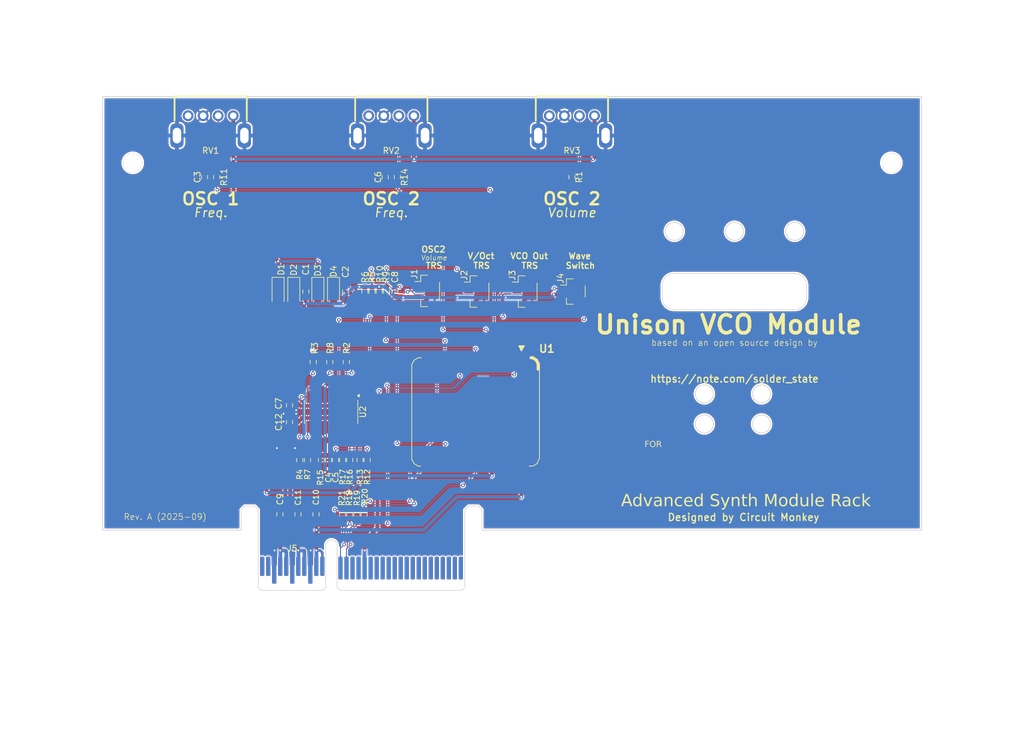
<source format=kicad_pcb>
(kicad_pcb (version 20241229) (generator "pcbnew") (generator_version "9.0")
  (layers (0 "F.Cu" signal) (2 "B.Cu" signal) (13 "F.Paste" user) (15 "B.Paste" user) (5 "F.SilkS" user "F.Silkscreen") (7 "B.SilkS" user "B.Silkscreen") (1 "F.Mask" user) (3 "B.Mask" user) (25 "Edge.Cuts" user))
  (net 0 "")
  (net 1 "OSC2_VOL")
  (net 2 "GNDS")
  (net 3 "V-OCT")
  (net 4 "OSC1_F")
  (net 5 "GND_CH")
  (net 6 "Net-(C4-Pad1)")
  (net 7 "OSC2_F")
  (net 8 "+15V")
  (net 9 "WAVE_SW")
  (net 10 "+5V")
  (net 11 "-15V")
  (net 12 "+3V3")
  (net 14 "/O2_TIP")
  (net 16 "/OCT_TIP")
  (net 17 "/OUT_TIP")
  (net 24 "SLOT_DET")
  (net 26 "Net-(J5-ComA-SDA)")
  (net 32 "MIDI_IN")
  (net 38 "Net-(J5-ComA-SCK)")
  (net 63 "Net-(R1-Pad1)")
  (net 64 "Net-(U2A-+)")
  (net 65 "Net-(U2B--)")
  (net 66 "Net-(U2A--)")
  (net 67 "Net-(R3-Pad1)")
  (net 68 "Net-(R4-Pad1)")
  (net 69 "Net-(U2D--)")
  (net 70 "Net-(R11-Pad1)")
  (net 71 "VCO_OUT")
  (net 72 "Net-(R13-Pad2)")
  (net 73 "Net-(R14-Pad1)")
  (net 74 "Net-(U2C--)")
  (net 75 "SDA")
  (net 76 "SCL")
  (net 78 "Net-(U2D-+)")
  (net 79 "Net-(J5-MIDI_IN)")
  (footprint "CM_Resistor_Capacitor:pot-thd-ra-11mm" (layer "F.Cu") (at 130 49.1 -90)
    (property "Reference" "RV2")
    (property "Value" "10K")
  )
  (footprint "Package_SO:SO-14_3.9x8.65mm_P1.27mm" (layer "F.Cu") (at 120 95 -90)
    (property "Reference" "U2")
    (property "Value" "TL074")
  )
  (footprint "CM_Resistor_Capacitor:R_0603_1608Metric" (layer "F.Cu") (at 117.04 86.725 90)
    (property "Reference" "R3")
    (property "Value" "10.0K")
  )
  (footprint "CM_Resistor_Capacitor:R_0603_1608Metric" (layer "F.Cu") (at 126 103 90)
    (property "Reference" "R12")
    (property "Value" "10.0K")
  )
  (footprint "CM_Resistor_Capacitor:R_0603_1608Metric" (layer "F.Cu") (at 160 56 -90)
    (property "Reference" "R1")
    (property "Value" "10.0K")
  )
  (footprint "CM_Resistor_Capacitor:pot-thd-ra-11mm" (layer "F.Cu") (at 100 49.1 -90)
    (property "Reference" "RV1")
    (property "Value" "10K")
  )
  (footprint "CM_Resistor_Capacitor:R_0603_1608Metric" (layer "F.Cu") (at 124.8 103 -90)
    (property "Reference" "R13")
    (property "Value" "33.0K")
  )
  (footprint "Diode_SMD:D_SOD-123" (layer "F.Cu") (at 117.801 75 -90)
    (property "Reference" "D3")
    (property "Value" "BAT43W-V" (hide yes))
  )
  (footprint "CM_Resistor_Capacitor:R_0603_1608Metric" (layer "F.Cu") (at 125.6 75 -90)
    (property "Reference" "R6")
    (property "Value" "68.0K")
  )
  (footprint "CM_Resistor_Capacitor:R_0603_1608Metric" (layer "F.Cu") (at 128 75 -90)
    (property "Reference" "R10")
    (property "Value" "68.0K")
  )
  (footprint "CM_Resistor_Capacitor:R_0603_1608Metric" (layer "F.Cu") (at 121.9 112 90)
    (property "Reference" "R21")
    (property "Value" "300R")
  )
  (footprint "CM_Resistor_Capacitor:C_0603_1608Metric" (layer "F.Cu") (at 113.09 96.7 -90)
    (property "Reference" "C12")
    (property "Value" "1uF/50V")
  )
  (footprint "CM_Connector_JST:JST_SH_BM03B-SRSS-TB_1x03-1MP_P1.00mm_Vertical" (layer "F.Cu") (at 144.2 75 -90)
    (property "Reference" "J2")
    (property "Value" "JST-SH" (hide yes))
  )
  (footprint "CM_Resistor_Capacitor:pot-thd-ra-11mm" (layer "F.Cu") (at 160 49.1 -90)
    (property "Reference" "RV3")
    (property "Value" "10K")
  )
  (footprint "Diode_SMD:D_SOD-123" (layer "F.Cu") (at 120.408 75 -90)
    (property "Reference" "D4")
    (property "Value" "BAT43W-V" (hide yes))
  )
  (footprint "CM_Resistor_Capacitor:C_0603_1608Metric" (layer "F.Cu") (at 129 56 90)
    (property "Reference" "C6")
    (property "Value" "0.1uF")
  )
  (footprint "CM_Resistor_Capacitor:R_0603_1608Metric" (layer "F.Cu") (at 114.79 103 -90)
    (property "Reference" "R4")
    (property "Value" "10.0K")
  )
  (footprint "CM_Resistor_Capacitor:R_0603_1608Metric" (layer "F.Cu") (at 123.1 112 90)
    (property "Reference" "R18")
    (property "Value" "10K")
  )
  (footprint "CM_Resistor_Capacitor:R_0603_1608Metric" (layer "F.Cu") (at 124.3 112 90)
    (property "Reference" "R19")
    (property "Value" "300R")
  )
  (footprint "CM_Resistor_Capacitor:C_0603_1608Metric" (layer "F.Cu") (at 115.799 75 -90)
    (property "Reference" "C1")
    (property "Value" "0.1uF")
  )
  (footprint "CM_Resistor_Capacitor:R_0603_1608Metric" (layer "F.Cu") (at 126.8 75 -90)
    (property "Reference" "R5")
    (property "Value" "33.0K")
  )
  (footprint "CM_Resistor_Capacitor:R_0603_1608Metric" (layer "F.Cu") (at 118.4 103 90)
    (property "Reference" "R15")
    (property "Value" "100K")
  )
  (footprint "CM_Connector_JST:JST_SH_BM02B-SRSS-TB_1x02-1MP_P1.00mm_Vertical" (layer "F.Cu") (at 160.2 75 -90)
    (property "Reference" "J4")
    (property "Value" "Conn_01x02_MountingPin" (hide yes))
  )
  (footprint "CM_Chip_Packages:XIAO-14P-SMD-2.54-21X17.8MM" (layer "F.Cu") (at 144 95 -90)
    (property "Reference" "U1")
    (property "Value" "XIAO RA4M1")
  )
  (footprint "CM_Resistor_Capacitor:R_0603_1608Metric" (layer "F.Cu") (at 125.5 112 90)
    (property "Reference" "R20")
    (property "Value" "300R")
  )
  (footprint "CM_Connector_JST:JST_SH_BM03B-SRSS-TB_1x03-1MP_P1.00mm_Vertical" (layer "F.Cu") (at 136 74.9 -90)
    (property "Reference" "J1")
    (property "Value" "JST-SH" (hide yes))
  )
  (footprint "CM_Resistor_Capacitor:C_0603_1608Metric" (layer "F.Cu") (at 111.5 112 90)
    (property "Reference" "C9")
    (property "Value" "1uF/50V")
  )
  (footprint "CM_Resistor_Capacitor:C_0603_1608Metric" (layer "F.Cu") (at 114.5 112 -90)
    (property "Reference" "C11")
    (property "Value" "1uF/50V")
  )
  (footprint "CM_Connector_JST:JST_SH_BM03B-SRSS-TB_1x03-1MP_P1.00mm_Vertical" (layer "F.Cu") (at 152.2 75 -90)
    (property "Reference" "J3")
    (property "Value" "JST-SH" (hide yes))
  )
  (footprint "CM_Resistor_Capacitor:C_0603_1608Metric" (layer "F.Cu") (at 130.6 75 -90)
    (property "Reference" "C8")
    (property "Value" "0.001uF")
  )
  (footprint "CM_Resistor_Capacitor:C_0603_1608Metric" (layer "F.Cu") (at 120.74 103 -90)
    (property "Reference" "C5")
    (property "Value" "0.001uF")
  )
  (footprint "CM_Connector_Edge:ASMR-Edge-64" (layer "F.Cu") (at 120.06 116.225)
    (property "Reference" "J5")
    (property "Value" "~")
    (fp_line (start -15 -5) (end -15 -1.6) (stroke (width 0.1)) (layer "Edge.Cuts"))
    (fp_line (start -14.4 -5.6) (end -15 -5) (stroke (width 0.1)) (layer "Edge.Cuts"))
    (fp_line (start -14.4 -5.6) (end -12.7 -5.6) (stroke (width 0.1)) (layer "Edge.Cuts"))
    (fp_line (start -12.7 -5.6) (end -12.15 -5) (stroke (width 0.1)) (layer "Edge.Cuts"))
    (fp_line (start -12.15 -5) (end -12.15 7.9) (stroke (width 0.1)) (layer "Edge.Cuts"))
    (fp_line (start -12.15 7.9) (end -11.65 8.4) (stroke (width 0.1)) (layer "Edge.Cuts"))
    (fp_line (start -11.65 8.4) (end -1.45 8.4) (stroke (width 0.1)) (layer "Edge.Cuts"))
    (fp_line (start -0.95 0.95) (end -0.95 7.9) (stroke (width 0.1)) (layer "Edge.Cuts"))
    (fp_line (start -0.95 7.9) (end -1.45 8.4) (stroke (width 0.1)) (layer "Edge.Cuts"))
    (fp_line (start 0.95 0.95) (end 0.95 7.9) (stroke (width 0.1)) (layer "Edge.Cuts"))
    (fp_line (start 0.95 7.9) (end 1.45 8.4) (stroke (width 0.1)) (layer "Edge.Cuts"))
    (fp_line (start 1.45 8.4) (end 21.65 8.4) (stroke (width 0.1)) (layer "Edge.Cuts"))
    (fp_line (start 22.15 -5) (end 22.15 7.9) (stroke (width 0.1)) (layer "Edge.Cuts"))
    (fp_line (start 22.15 -5) (end 22.8 -5.6) (stroke (width 0.1)) (layer "Edge.Cuts"))
    (fp_line (start 22.15 7.9) (end 21.65 8.4) (stroke (width 0.1)) (layer "Edge.Cuts"))
    (fp_line (start 22.8 -5.6) (end 24.4 -5.6) (stroke (width 0.1)) (layer "Edge.Cuts"))
    (fp_line (start 24.4 -5.6) (end 25 -5) (stroke (width 0.1)) (layer "Edge.Cuts"))
    (fp_line (start 25 -5) (end 25 -1.6) (stroke (width 0.1)) (layer "Edge.Cuts"))
    (fp_arc (start -0.95 0.95) (mid 0 0) (end 0.95 0.95) (stroke (width 0.1)) (layer "Edge.Cuts"))
    (fp_circle (center -33 -62.6) (end -31.4 -62.6) (stroke (width 0.05)) (fill no) (layer "Edge.Cuts"))
    (fp_circle (center 93 -62.6) (end 94.6 -62.6) (stroke (width 0.05)) (fill no) (layer "Edge.Cuts"))
  )
  (footprint "Diode_SMD:D_SOD-123" (layer "F.Cu") (at 113.807 75 -90)
    (property "Reference" "D2")
    (property "Value" "BAT43W-V" (hide yes))
  )
  (footprint "CM_Resistor_Capacitor:R_0603_1608Metric" (layer "F.Cu") (at 122.54 86.725 90)
    (property "Reference" "R2")
    (property "Value" "10.0K")
  )
  (footprint "Diode_SMD:D_SOD-123" (layer "F.Cu") (at 111.2 75 -90)
    (property "Reference" "D1")
    (property "Value" "BAT43W-V" (hide yes))
  )
  (footprint "CM_Resistor_Capacitor:R_0603_1608Metric" (layer "F.Cu") (at 121.925 103 90)
    (property "Reference" "R17")
    (property "Value" "33.0K")
  )
  (footprint "CM_Resistor_Capacitor:C_0603_1608Metric" (layer "F.Cu") (at 113.09 93.9 -90)
    (property "Reference" "C7")
    (property "Value" "1uF/50V")
  )
  (footprint "CM_Resistor_Capacitor:C_0603_1608Metric" (layer "F.Cu") (at 117.5 112 90)
    (property "Reference" "C10")
    (property "Value" "1uF/50V")
  )
  (footprint "CM_Resistor_Capacitor:R_0603_1608Metric" (layer "F.Cu") (at 129.2 75 -90)
    (property "Reference" "R9")
    (property "Value" "33.0K")
  )
  (footprint "CM_Resistor_Capacitor:C_0603_1608Metric" (layer "F.Cu") (at 119.575 103 90)
    (property "Reference" "C4")
    (property "Value" "10uF")
  )
  (footprint "CM_Resistor_Capacitor:R_0603_1608Metric" (layer "F.Cu") (at 123.1 103 90)
    (property "Reference" "R16")
    (property "Value" "68.0K")
  )
  (footprint "CM_Resistor_Capacitor:R_0603_1608Metric" (layer "F.Cu") (at 101 56 -90)
    (property "Reference" "R11")
    (property "Value" "10K")
  )
  (footprint "CM_Resistor_Capacitor:C_0603_1608Metric" (layer "F.Cu") (at 122.4 75 -90)
    (property "Reference" "C2")
    (property "Value" "0.001uF")
  )
  (footprint "CM_Resistor_Capacitor:R_0603_1608Metric" (layer "F.Cu") (at 116.09 103 90)
    (property "Reference" "R7")
    (property "Value" "10.0K")
  )
  (footprint "CM_Resistor_Capacitor:R_0603_1608Metric" (layer "F.Cu") (at 131 56 -90)
    (property "Reference" "R14")
    (property "Value" "10K")
  )
  (footprint "CM_Resistor_Capacitor:C_0603_1608Metric" (layer "F.Cu") (at 99 56 90)
    (property "Reference" "C3")
    (property "Value" "0.1uF")
  )
  (footprint "CM_Resistor_Capacitor:R_0603_1608Metric" (layer "F.Cu") (at 119.79 86.725 90)
    (property "Reference" "R8")
    (property "Value" "33.0K")
  )
  (gr_circle (center 187 65) (end 188.5 65) (stroke (width 0.127)) (fill no) (layer "Edge.Cuts"))
  (gr_arc (start 175 74) (mid 175.585786 72.585786) (end 177 72) (stroke (width 0.1)) (layer "Edge.Cuts"))
  (gr_line (start 82.06 114.625) (end 105.06 114.625) (stroke (width 0.127)) (layer "Edge.Cuts"))
  (gr_arc (start 197 72) (mid 198.414214 72.585786) (end 199 74) (stroke (width 0.1)) (layer "Edge.Cuts"))
  (gr_line (start 199 74) (end 199 76) (stroke (width 0.1)) (layer "Edge.Cuts"))
  (gr_line (start 175 76) (end 175 74) (stroke (width 0.1)) (layer "Edge.Cuts"))
  (gr_circle (center 182 92) (end 183.5 92) (stroke (width 0.127)) (fill no) (layer "Edge.Cuts"))
  (gr_line (start 197 78) (end 177 78) (stroke (width 0.1)) (layer "Edge.Cuts"))
  (gr_circle (center 191.5 92) (end 193 92) (stroke (width 0.127)) (fill no) (layer "Edge.Cuts"))
  (gr_line (start 218.06 42.625) (end 82.06 42.625) (stroke (width 0.127)) (layer "Edge.Cuts"))
  (gr_line (start 177 72) (end 197 72) (stroke (width 0.1)) (layer "Edge.Cuts"))
  (gr_arc (start 177 78) (mid 175.585786 77.414214) (end 175 76) (stroke (width 0.1)) (layer "Edge.Cuts"))
  (gr_circle (center 197 65) (end 198.5 65) (stroke (width 0.127)) (fill no) (layer "Edge.Cuts"))
  (gr_line (start 145.06 114.625) (end 218.06 114.625) (stroke (width 0.127)) (layer "Edge.Cuts"))
  (gr_line (start 82.06 42.625) (end 82.06 114.625) (stroke (width 0.127)) (layer "Edge.Cuts"))
  (gr_circle (center 177 65) (end 178.5 65) (stroke (width 0.127)) (fill no) (layer "Edge.Cuts"))
  (gr_circle (center 191.5 97) (end 193 97) (stroke (width 0.127)) (fill no) (layer "Edge.Cuts"))
  (gr_arc (start 199 76) (mid 198.414214 77.414214) (end 197 78) (stroke (width 0.1)) (layer "Edge.Cuts"))
  (gr_line (start 218.06 42.625) (end 218.06 114.625) (stroke (width 0.127)) (layer "Edge.Cuts"))
  (gr_circle (center 182 97) (end 183.5 97) (stroke (width 0.127)) (fill no) (layer "Edge.Cuts"))
  (gr_text "Wave" (at 161.3 69.1 0) (layer "F.SilkS") (effects (font (size 1 1) (thickness 0.2) (bold yes))))
  (gr_text "TRS" (at 153 70.7 0) (layer "F.SilkS") (effects (font (size 1 1) (thickness 0.2) (bold yes))))
  (gr_text "OSC 2" (at 130 59.6 0) (layer "F.SilkS") (effects (font (size 2 2) (thickness 0.4) (bold yes))))
  (gr_text "FOR" (at 173.5 101 0) (layer "F.SilkS") (effects (font (size 1 1) (thickness 0.1)) (justify bottom)))
  (gr_text "Freq." (at 100 61.9 0) (layer "F.SilkS") (effects (font (size 1.5 1.5) (thickness 0.2) (italic yes))))
  (gr_text "Volume" (at 137.1 69.4 0) (layer "F.SilkS") (effects (font (size 0.8 0.8) (thickness 0.1) (italic yes))))
  (gr_text "Freq." (at 130 61.9 0) (layer "F.SilkS") (effects (font (size 1.5 1.5) (thickness 0.2) (italic yes))))
  (gr_text "Volume" (at 160 61.9 0) (layer "F.SilkS") (effects (font (size 1.5 1.5) (thickness 0.2) (italic yes))))
  (gr_text "Switch" (at 161.4 70.7 0) (layer "F.SilkS") (effects (font (size 1 1) (thickness 0.2) (bold yes))))
  (gr_text "OSC 2" (at 160 59.6 0) (layer "F.SilkS") (effects (font (size 2 2) (thickness 0.4) (bold yes))))
  (gr_text "V/Oct" (at 144.9 69.1 0) (layer "F.SilkS") (effects (font (size 1 1) (thickness 0.2) (bold yes))))
  (gr_text "Rev. A (2025-09)" (at 85.5 113 0) (layer "F.SilkS") (effects (font (size 1 1) (thickness 0.1)) (justify left bottom)))
  (gr_text "Unison VCO Module" (at 186 80.5 0) (layer "F.SilkS") (effects (font (size 3 3) (thickness 0.6) (bold yes))))
  (gr_text "based on an open source design by" (at 187 83.5 0) (layer "F.SilkS") (effects (font (size 1 1) (thickness 0.1))))
  (gr_text "Advanced Synth Module Rack" (at 188.9 111 0) (layer "F.SilkS") (effects (font (size 2 2) (thickness 0.1)) (justify bottom)))
  (gr_text "VCO Out" (at 152.9 69.1 0) (layer "F.SilkS") (effects (font (size 1 1) (thickness 0.2) (bold yes))))
  (gr_text "https://note.com/solder_state" (at 187 89.5 0) (layer "F.SilkS") (effects (font (size 1.2 1.2) (thickness 0.2))))
  (gr_text "TRS" (at 145 70.7 0) (layer "F.SilkS") (effects (font (size 1 1) (thickness 0.2) (bold yes))))
  (gr_text "OSC 1" (at 100 59.6 0) (layer "F.SilkS") (effects (font (size 2 2) (thickness 0.4) (bold yes))))
  (gr_text "OSC2" (at 137 68 0) (layer "F.SilkS") (effects (font (size 1 1) (thickness 0.2) (bold yes))))
  (gr_text "TRS" (at 137.1 70.7 0) (layer "F.SilkS") (effects (font (size 1 1) (thickness 0.2) (bold yes))))
  (gr_text "Designed by Circuit Monkey" (at 188.5 112.5 0) (layer "F.SilkS") (effects (font (size 1.2 1.2) (thickness 0.2))))
  (segment (start 117 84.8) (end 117 85.91) (width 0.16) (layer "F.Cu") (net 1))
  (segment (start 113.807 74.693) (end 113.807 73.35) (width 0.16) (layer "F.Cu") (net 1))
  (segment (start 117 85.91) (end 117.04 85.95) (width 0.16) (layer "F.Cu") (net 1))
  (segment (start 113.1 75.4) (end 113.807 74.693) (width 0.16) (layer "F.Cu") (net 1))
  (segment (start 111.9 75.4) (end 113.1 75.4) (width 0.16) (layer "F.Cu") (net 1))
  (segment (start 113.807 73.35) (end 115.45 73.35) (width 0.16) (layer "F.Cu") (net 1))
  (segment (start 111.2 76.65) (end 111.2 78.7) (width 0.16) (layer "F.Cu") (net 1))
  (segment (start 111.2 78.7) (end 117 84.5) (width 0.16) (layer "F.Cu") (net 1))
  (segment (start 111.2 76.65) (end 111.2 76.1) (width 0.16) (layer "F.Cu") (net 1))
  (segment (start 111.2 76.1) (end 111.9 75.4) (width 0.16) (layer "F.Cu") (net 1))
  (segment (start 117 84.5) (end 117 84.8) (width 0.16) (layer "F.Cu") (net 1))
  (segment (start 115.799 73.699) (end 115.799 74.225) (width 0.16) (layer "F.Cu") (net 1))
  (segment (start 115.45 73.35) (end 115.799 73.699) (width 0.16) (layer "F.Cu") (net 1))
  (segment (start 144 86.7) (end 144 84.5) (width 0.16) (layer "F.Cu") (net 1))
  (via (at 117 84.8) (size 0.6) (drill 0.3) (layers "F.Cu" "B.Cu") (net 1))
  (via (at 144 84.5) (size 0.6) (drill 0.3) (layers "F.Cu" "B.Cu") (net 1))
  (segment (start 122.9 84.5) (end 117.3 84.5) (width 0.16) (layer "B.Cu") (net 1))
  (segment (start 144 84.5) (end 122.9 84.5) (width 0.16) (layer "B.Cu") (net 1))
  (segment (start 117.3 84.5) (end 117 84.8) (width 0.16) (layer "B.Cu") (net 1))
  (segment (start 119 105.7) (end 119 105) (width 0.6) (layer "F.Cu") (net 2))
  (segment (start 120.729 83.429) (end 115.5 78.2) (width 0.6) (layer "F.Cu") (net 2))
  (segment (start 128 74.225) (end 128 74.2) (width 0.6) (layer "F.Cu") (net 2))
  (segment (start 118.7 91) (end 118.7 92.495) (width 0.6) (layer "F.Cu") (net 2))
  (segment (start 118.4 104.4) (end 119 105) (width 0.6) (layer "F.Cu") (net 2))
  (segment (start 120.8 103.775) (end 120.8 104.2) (width 0.6) (layer "F.Cu") (net 2))
  (segment (start 119 90.7) (end 118.7 91) (width 0.6) (layer "F.Cu") (net 2))
  (segment (start 118.7 97.505) (end 118.73 97.475) (width 0.6) (layer "F.Cu") (net 2))
  (segment (start 118.4 103.775) (end 118.4 104.4) (width 0.6) (layer "F.Cu") (net 2))
  (segment (start 132.1 75.9) (end 132 76) (width 0.6) (layer "F.Cu") (net 2))
  (segment (start 121.9 103.775) (end 120.8 103.775) (width 0.6) (layer "F.Cu") (net 2))
  (segment (start 115.799 76.701) (end 115.5 77) (width 0.6) (layer "F.Cu") (net 2))
  (segment (start 142.875 76) (end 141 76) (width 0.6) (layer "F.Cu") (net 2))
  (segment (start 114.157 77) (end 113.807 76.65) (width 0.6) (layer "F.Cu") (net 2))
  (segment (start 126.4 106.8) (end 120.1 106.8) (width 0.6) (layer "F.Cu") (net 2))
  (segment (start 122 77) (end 120.758 77) (width 0.6) (layer "F.Cu") (net 2))
  (segment (start 124.725 74.225) (end 124.7 74.2) (width 0.6) (layer "F.Cu") (net 2))
  (segment (start 131.775 75.775) (end 132 76) (width 0.6) (layer "F.Cu") (net 2))
  (segment (start 130.6 75.775) (end 131.775 75.775) (width 0.6) (layer "F.Cu") (net 2))
  (segment (start 158.875 75.5) (end 157 75.5) (width 0.6) (layer "F.Cu") (net 2))
  (segment (start 127.7 114.3) (end 127.7 108.1) (width 0.6) (layer "F.Cu") (net 2))
  (segment (start 120.758 77) (end 120.408 76.65) (width 0.6) (layer "F.Cu") (net 2))
  (segment (start 119 90.7) (end 120.729 88.971) (width 0.6) (layer "F.Cu") (net 2))
  (segment (start 118.7 98.6) (end 118.7 97.505) (width 0.6) (layer "F.Cu") (net 2))
  (segment (start 115.799 75.775) (end 115.799 76.701) (width 0.6) (layer "F.Cu") (net 2))
  (segment (start 122.4 75.775) (end 122.4 76.6) (width 0.6) (layer "F.Cu") (net 2))
  (segment (start 120.8 104.2) (end 120 105) (width 0.6) (layer "F.Cu") (net 2))
  (segment (start 122.4 76.6) (end 122 77) (width 0.6) (layer "F.Cu") (net 2))
  (segment (start 125.56 118) (end 125.56 116.44) (width 0.6) (layer "F.Cu") (net 2))
  (segment (start 127.7 108.1) (end 126.4 106.8) (width 0.6) (layer "F.Cu") (net 2))
  (segment (start 125.56 116.44) (end 127.7 114.3) (width 0.6) (layer "F.Cu") (net 2))
  (segment (start 150.875 76) (end 149 76) (width 0.6) (layer "F.Cu") (net 2))
  (segment (start 125.56 120.925) (end 125.56 118) (width 0.6) (layer "F.Cu") (net 2))
  (segment (start 115.5 77) (end 114.157 77) (width 0.6) (layer "F.Cu") (net 2))
  (segment (start 120 105) (end 119 105) (width 0.6) (layer "F.Cu") (net 2))
  (segment (start 115.5 78.2) (end 115.5 77) (width 0.6) (layer "F.Cu") (net 2))
  (segment (start 120.729 88.971) (end 120.729 83.429) (width 0.6) (layer "F.Cu") (net 2))
  (segment (start 125.6 74.225) (end 124.725 74.225) (width 0.6) (layer "F.Cu") (net 2))
  (segment (start 119 98.9) (end 118.7 98.6) (width 0.6) (layer "F.Cu") (net 2))
  (segment (start 134.675 75.9) (end 132.1 75.9) (width 0.6) (layer "F.Cu") (net 2))
  (segment (start 118.7 92.495) (end 118.73 92.525) (width 0.6) (layer "F.Cu") (net 2))
  (segment (start 120.1 106.8) (end 119 105.7) (width 0.6) (layer "F.Cu") (net 2))
  (via (at 141 76) (size 0.6) (drill 0.3) (layers "F.Cu" "B.Cu") (net 2))
  (via (at 115.5 77) (size 0.6) (drill 0.3) (layers "F.Cu" "B.Cu") (net 2))
  (via (at 119 90.7) (size 0.6) (drill 0.3) (layers "F.Cu" "B.Cu") (net 2))
  (via (at 157 75.5) (size 0.6) (drill 0.3) (layers "F.Cu" "B.Cu") (net 2))
  (via (at 149 76) (size 0.6) (drill 0.3) (layers "F.Cu" "B.Cu") (net 2))
  (via (at 119 98.9) (size 0.6) (drill 0.3) (layers "F.Cu" "B.Cu") (net 2))
  (via (at 125.56 118) (size 0.6) (drill 0.3) (layers "F.Cu" "B.Cu") (net 2))
  (via (at 119 105) (size 0.6) (drill 0.3) (layers "F.Cu" "B.Cu") (net 2))
  (via (at 132 76) (size 0.6) (drill 0.3) (layers "F.Cu" "B.Cu") (net 2))
  (via (at 122 77) (size 0.6) (drill 0.3) (layers "F.Cu" "B.Cu") (net 2))
  (via (at 124.7 74.2) (size 0.6) (drill 0.3) (layers "F.Cu" "B.Cu") (net 2))
  (via (at 128 74.2) (size 0.6) (drill 0.3) (layers "F.Cu" "B.Cu") (net 2))
  (segment (start 119 77) (end 115.5 77) (width 0.6) (layer "B.Cu") (net 2))
  (segment (start 125.56 118) (end 125.56 120.925) (width 0.6) (layer "B.Cu") (net 2))
  (segment (start 122 76) (end 122 77) (width 0.6) (layer "B.Cu") (net 2))
  (segment (start 129 74.2) (end 128 74.2) (width 0.6) (layer "B.Cu") (net 2))
  (segment (start 119 98.9) (end 119 105) (width 0.6) (layer "B.Cu") (net 2))
  (segment (start 123.8 74.2) (end 122 76) (width 0.6) (layer "B.Cu") (net 2))
  (segment (start 122 77) (end 119 77) (width 0.6) (layer "B.Cu") (net 2))
  (segment (start 156.5 76) (end 149 76) (width 0.6) (layer "B.Cu") (net 2))
  (segment (start 141 76) (end 132 76) (width 0.6) (layer "B.Cu") (net 2))
  (segment (start 124.7 74.2) (end 128 74.2) (width 0.6) (layer "B.Cu") (net 2))
  (segment (start 124.7 74.2) (end 123.8 74.2) (width 0.6) (layer "B.Cu") (net 2))
  (segment (start 149 76) (end 141 76) (width 0.6) (layer "B.Cu") (net 2))
  (segment (start 157 75.5) (end 156.5 76) (width 0.6) (layer "B.Cu") (net 2))
  (segment (start 130.8 76) (end 129 74.2) (width 0.6) (layer "B.Cu") (net 2))
  (segment (start 119 90.7) (end 119 98.9) (width 0.6) (layer "B.Cu") (net 2))
  (segment (start 132 76) (end 130.8 76) (width 0.6) (layer "B.Cu") (net 2))
  (segment (start 117.801 76.65) (end 117.801 75.999) (width 0.16) (layer "F.Cu") (net 3))
  (segment (start 129.2 83) (end 129.2 75.775) (width 0.16) (layer "F.Cu") (net 3))
  (segment (start 120.408 74.892) (end 120.408 73.35) (width 0.16) (layer "F.Cu") (net 3))
  (segment (start 123.025 74.225) (end 123.8 75) (width 0.16) (layer "F.Cu") (net 3))
  (segment (start 122.4 74.225) (end 123.025 74.225) (width 0.16) (layer "F.Cu") (net 3))
  (segment (start 127.225 75) (end 128 75.775) (width 0.16) (layer "F.Cu") (net 3))
  (segment (start 117.801 75.999) (end 118.4 75.4) (width 0.16) (layer "F.Cu") (net 3))
  (segment (start 118.4 75.4) (end 119.9 75.4) (width 0.16) (layer "F.Cu") (net 3))
  (segment (start 122.4 73.7) (end 122.4 74.225) (width 0.16) (layer "F.Cu") (net 3))
  (segment (start 138.92 86.7) (end 138.92 83.22) (width 0.16) (layer "F.Cu") (net 3))
  (segment (start 119.9 75.4) (end 120.408 74.892) (width 0.16) (layer "F.Cu") (net 3))
  (segment (start 122.05 73.35) (end 122.4 73.7) (width 0.16) (layer "F.Cu") (net 3))
  (segment (start 123.8 75) (end 127.225 75) (width 0.16) (layer "F.Cu") (net 3))
  (segment (start 129.1 83.1) (end 129.2 83) (width 0.16) (layer "F.Cu") (net 3))
  (segment (start 120.408 73.35) (end 122.05 73.35) (width 0.16) (layer "F.Cu") (net 3))
  (segment (start 129.2 75.775) (end 128 75.775) (width 0.16) (layer "F.Cu") (net 3))
  (segment (start 138.92 83.22) (end 138.9 83.2) (width 0.16) (layer "F.Cu") (net 3))
  (via (at 129.1 83.1) (size 0.6) (drill 0.3) (layers "F.Cu" "B.Cu") (net 3))
  (via (at 138.9 83.2) (size 0.6) (drill 0.3) (layers "F.Cu" "B.Cu") (net 3))
  (segment (start 138.9 83.2) (end 129.2 83.2) (width 0.16) (layer "B.Cu") (net 3))
  (segment (start 129.2 83.2) (end 129.1 83.1) (width 0.16) (layer "B.Cu") (net 3))
  (segment (start 146.4 58.1) (end 147.1 58.8) (width 0.16) (layer "F.Cu") (net 4))
  (segment (start 147.1 58.8) (end 147.1 80.17829) (width 0.16) (layer "F.Cu") (net 4))
  (segment (start 101 58) (end 101.1 58.1) (width 0.16) (layer "F.Cu") (net 4))
  (segment (start 147.1 80.17829) (end 149.08 82.15829) (width 0.16) (layer "F.Cu") (net 4))
  (segment (start 149.08 82.15829) (end 149.08 86.7) (width 0.16) (layer "F.Cu") (net 4))
  (segment (start 99 56.775) (end 101 56.775) (width 0.16) (layer "F.Cu") (net 4))
  (segment (start 101 56.775) (end 101 58) (width 0.16) (layer "F.Cu") (net 4))
  (via (at 146.4 58.1) (size 0.6) (drill 0.3) (layers "F.Cu" "B.Cu") (net 4))
  (via (at 101.1 58.1) (size 0.6) (drill 0.3) (layers "F.Cu" "B.Cu") (net 4))
  (segment (start 146.4 58.1) (end 101.1 58.1) (width 0.16) (layer "B.Cu") (net 4))
  (via (at 112.1 96.6) (size 0.6) (drill 0.3) (layers "F.Cu" "B.Cu") (net 5))
  (via (at 114.2 94.7) (size 0.6) (drill 0.3) (layers "F.Cu" "B.Cu") (net 5))
  (via (at 113.6 118) (size 0.6) (drill 0.3) (layers "F.Cu" "B.Cu") (net 5))
  (via (at 114.2 95.3) (size 0.6) (drill 0.3) (layers "F.Cu" "B.Cu") (net 5))
  (via (at 110.6 118) (size 0.6) (drill 0.3) (layers "F.Cu" "B.Cu") (net 5))
  (via (at 114 101) (size 0.6) (drill 0.3) (layers "F.Cu" "B.Cu") (net 5))
  (via (at 111 101) (size 0.6) (drill 0.3) (layers "F.Cu" "B.Cu") (net 5))
  (via (at 116.6 118) (size 0.6) (drill 0.3) (layers "F.Cu" "B.Cu") (net 5))
  (via (at 112.1 95.3) (size 0.6) (drill 0.3) (layers "F.Cu" "B.Cu") (net 5))
  (segment (start 120.74 102.61) (end 119.575 103.775) (width 0.16) (layer "F.Cu") (net 6))
  (segment (start 120.74 102.225) (end 120.74 102.61) (width 0.16) (layer "F.Cu") (net 6))
  (segment (start 120.74 102.225) (end 120.74 101.16) (width 0.16) (layer "F.Cu") (net 6))
  (segment (start 120.74 101.16) (end 120.8 101.1) (width 0.16) (layer "F.Cu") (net 6))
  (segment (start 126 101.1) (end 126 102.225) (width 0.16) (layer "F.Cu") (net 6))
  (via (at 126 101.1) (size 0.6) (drill 0.3) (layers "F.Cu" "B.Cu") (net 6))
  (via (at 120.8 101.1) (size 0.6) (drill 0.3) (layers "F.Cu" "B.Cu") (net 6))
  (segment (start 120.8 101.1) (end 126 101.1) (width 0.16) (layer "B.Cu") (net 6))
  (segment (start 129 56.775) (end 131 56.775) (width 0.16) (layer "F.Cu") (net 7))
  (segment (start 131 57.9) (end 138.6 65.5) (width 0.16) (layer "F.Cu") (net 7))
  (segment (start 145.7 81.3) (end 146.54 82.14) (width 0.16) (layer "F.Cu") (net 7))
  (segment (start 138.6 65.5) (end 138.6 81.3) (width 0.16) (layer "F.Cu") (net 7))
  (segment (start 146.54 82.14) (end 146.54 86.7) (width 0.16) (layer "F.Cu") (net 7))
  (segment (start 131 56.775) (end 131 57.9) (width 0.16) (layer "F.Cu") (net 7))
  (via (at 145.7 81.3) (size 0.6) (drill 0.3) (layers "F.Cu" "B.Cu") (net 7))
  (via (at 138.6 81.3) (size 0.6) (drill 0.3) (layers "F.Cu" "B.Cu") (net 7))
  (segment (start 138.6 81.3) (end 145.7 81.3) (width 0.16) (layer "B.Cu") (net 7))
  (segment (start 112.4 111.875) (end 112.4 99.5) (width 0.6) (layer "F.Cu") (net 8))
  (segment (start 111.56 114.9) (end 111.56 118) (width 0.6) (layer "F.Cu") (net 8))
  (segment (start 112.4 99.5) (end 111.2 98.3) (width 0.6) (layer "F.Cu") (net 8))
  (segment (start 114.025 93.125) (end 114.9 94) (width 0.6) (layer "F.Cu") (net 8))
  (segment (start 112.175 93.125) (end 113.09 93.125) (width 0.6) (layer "F.Cu") (net 8))
  (segment (start 112.56 118.16) (end 112.4 118) (width 0.6) (layer "F.Cu") (net 8))
  (segment (start 111.2 98.3) (end 111.2 94.1) (width 0.6) (layer "F.Cu") (net 8))
  (segment (start 111.2 94.1) (end 112.175 93.125) (width 0.6) (layer "F.Cu") (net 8))
  (segment (start 119.6 94) (end 120 93.6) (width 0.6) (layer "F.Cu") (net 8))
  (segment (start 113.09 93.125) (end 114.025 93.125) (width 0.6) (layer "F.Cu") (net 8))
  (segment (start 111.5 112.775) (end 112.4 111.875) (width 0.6) (layer "F.Cu") (net 8))
  (segment (start 120 93.6) (end 120 92.525) (width 0.6) (layer "F.Cu") (net 8))
  (segment (start 114.9 94) (end 119.6 94) (width 0.6) (layer "F.Cu") (net 8))
  (segment (start 111.5 112.775) (end 111.5 114.84) (width 0.6) (layer "F.Cu") (net 8))
  (segment (start 111.5 114.84) (end 111.56 114.9) (width 0.6) (layer "F.Cu") (net 8))
  (segment (start 112.56 120.625) (end 112.56 118.16) (width 0.6) (layer "F.Cu") (net 8))
  (segment (start 111.56 120.625) (end 111.56 118) (width 0.6) (layer "F.Cu") (net 8))
  (segment (start 112.4 118) (end 111.56 118) (width 0.6) (layer "F.Cu") (net 8))
  (via (at 111.56 118) (size 0.6) (drill 0.3) (layers "F.Cu" "B.Cu") (net 8))
  (segment (start 112.56 120.625) (end 112.56 118.26) (width 0.6) (layer "B.Cu") (net 8))
  (segment (start 111.56 120.625) (end 111.56 118) (width 0.6) (layer "B.Cu") (net 8))
  (segment (start 112.56 118.26) (end 112.3 118) (width 0.6) (layer "B.Cu") (net 8))
  (segment (start 112.3 118) (end 111.56 118) (width 0.6) (layer "B.Cu") (net 8))
  (segment (start 138.92 103.3) (end 138.92 100.38) (width 0.16) (layer "F.Cu") (net 9))
  (segment (start 138.92 100.38) (end 139 100.3) (width 0.16) (layer "F.Cu") (net 9))
  (segment (start 158.875 74.5) (end 157.1 74.5) (width 0.16) (layer "F.Cu") (net 9))
  (segment (start 130.625 74.2) (end 130.6 74.225) (width 0.16) (layer "F.Cu") (net 9))
  (segment (start 130.6 74.225) (end 129.9 74.925) (width 0.16) (layer "F.Cu") (net 9))
  (segment (start 131.4 74.2) (end 130.625 74.2) (width 0.16) (layer "F.Cu") (net 9))
  (segment (start 131 78.6) (end 131 100.2) (width 0.16) (layer "F.Cu") (net 9))
  (segment (start 129.9 74.925) (end 129.9 77.5) (width 0.16) (layer "F.Cu") (net 9))
  (segment (start 129.9 77.5) (end 131 78.6) (width 0.16) (layer "F.Cu") (net 9))
  (via (at 131 100.2) (size 0.6) (drill 0.3) (layers "F.Cu" "B.Cu") (net 9))
  (via (at 157.1 74.5) (size 0.6) (drill 0.3) (layers "F.Cu" "B.Cu") (net 9))
  (via (at 131.4 74.2) (size 0.6) (drill 0.3) (layers "F.Cu" "B.Cu") (net 9))
  (via (at 139 100.3) (size 0.6) (drill 0.3) (layers "F.Cu" "B.Cu") (net 9))
  (segment (start 139 100.3) (end 131.1 100.3) (width 0.16) (layer "B.Cu") (net 9))
  (segment (start 156.141 75.459) (end 133.88409 75.459) (width 0.16) (layer "B.Cu") (net 9))
  (segment (start 157.1 74.5) (end 156.141 75.459) (width 0.16) (layer "B.Cu") (net 9))
  (segment (start 131.699 74.499) (end 131.4 74.2) (width 0.16) (layer "B.Cu") (net 9))
  (segment (start 132.92409 74.499) (end 131.699 74.499) (width 0.16) (layer "B.Cu") (net 9))
  (segment (start 133.88409 75.459) (end 132.92409 74.499) (width 0.16) (layer "B.Cu") (net 9))
  (segment (start 131.1 100.3) (end 131 100.2) (width 0.16) (layer "B.Cu") (net 9))
  (segment (start 117.56 112.835) (end 117.5 112.775) (width 0.6) (layer "F.Cu") (net 10))
  (segment (start 117.56 118) (end 117.56 112.835) (width 0.6) (layer "F.Cu") (net 10))
  (segment (start 151.6 103.32) (end 151.62 103.3) (width 0.6) (layer "F.Cu") (net 10))
  (segment (start 117.56 120.625) (end 117.56 118) (width 0.6) (layer "F.Cu") (net 10))
  (segment (start 151.6 109.1) (end 151.6 103.32) (width 0.6) (layer "F.Cu") (net 10))
  (segment (start 118.56 118.36) (end 118.2 118) (width 0.4) (layer "F.Cu") (net 10))
  (segment (start 118.56 120.625) (end 118.56 118.36) (width 0.4) (layer "F.Cu") (net 10))
  (segment (start 118.2 118) (end 117.56 118) (width 0.4) (layer "F.Cu") (net 10))
  (via (at 151.6 109.1) (size 0.6) (drill 0.3) (layers "F.Cu" "B.Cu") (net 10))
  (via (at 117.56 118) (size 0.6) (drill 0.3) (layers "F.Cu" "B.Cu") (net 10))
  (via (at 117.56 114.6) (size 0.6) (drill 0.3) (layers "F.Cu" "B.Cu") (net 10))
  (segment (start 117.56 120.625) (end 117.56 118) (width 0.6) (layer "B.Cu") (net 10))
  (segment (start 151.6 109.1) (end 140.9 109.1) (width 0.6) (layer "B.Cu") (net 10))
  (segment (start 135.4 114.6) (end 117.56 114.6) (width 0.6) (layer "B.Cu") (net 10))
  (segment (start 118.56 120.625) (end 118.56 118.36) (width 0.4) (layer "B.Cu") (net 10))
  (segment (start 118.2 118) (end 117.56 118) (width 0.4) (layer "B.Cu") (net 10))
  (segment (start 118.56 118.36) (end 118.2 118) (width 0.4) (layer "B.Cu") (net 10))
  (segment (start 140.9 109.1) (end 135.4 114.6) (width 0.6) (layer "B.Cu") (net 10))
  (segment (start 114.56 120.625) (end 114.56 118) (width 0.6) (layer "F.Cu") (net 11))
  (segment (start 113.975 112.775) (end 114.5 112.775) (width 0.6) (layer "F.Cu") (net 11))
  (segment (start 113.725 97.475) (end 115.2 96) (width 0.6) (layer "F.Cu") (net 11))
  (segment (start 113.2 97.585) (end 113.09 97.475) (width 0.6) (layer "F.Cu") (net 11))
  (segment (start 115.2 96) (end 119.6 96) (width 0.6) (layer "F.Cu") (net 11))
  (segment (start 113.2 112) (end 113.975 112.775) (width 0.6) (layer "F.Cu") (net 11))
  (segment (start 114.5 117.94) (end 114.56 118) (width 0.6) (layer "F.Cu") (net 11))
  (segment (start 113.09 97.475) (end 113.725 97.475) (width 0.6) (layer "F.Cu") (net 11))
  (segment (start 114.5 112.775) (end 114.5 117.94) (width 0.6) (layer "F.Cu") (net 11))
  (segment (start 113.2 112) (end 113.2 97.585) (width 0.6) (layer "F.Cu") (net 11))
  (segment (start 119.6 96) (end 120 96.4) (width 0.6) (layer "F.Cu") (net 11))
  (segment (start 115.5 118) (end 114.56 118) (width 0.6) (layer "F.Cu") (net 11))
  (segment (start 120 96.4) (end 120 97.475) (width 0.6) (layer "F.Cu") (net 11))
  (segment (start 115.56 118.06) (end 115.5 118) (width 0.6) (layer "F.Cu") (net 11))
  (segment (start 115.56 120.625) (end 115.56 118.06) (width 0.6) (layer "F.Cu") (net 11))
  (via (at 114.56 118) (size 0.6) (drill 0.3) (layers "F.Cu" "B.Cu") (net 11))
  (segment (start 115.4 118) (end 114.56 118) (width 0.6) (layer "B.Cu") (net 11))
  (segment (start 115.56 120.625) (end 115.56 118.16) (width 0.6) (layer "B.Cu") (net 11))
  (segment (start 115.56 118.16) (end 115.4 118) (width 0.6) (layer "B.Cu") (net 11))
  (segment (start 114.56 120.625) (end 114.56 118) (width 0.6) (layer "B.Cu") (net 11))
  (segment (start 146.7 103.46) (end 146.54 103.3) (width 0.6) (layer "F.Cu") (net 12))
  (segment (start 103.75 52.15) (end 103.75 45.8) (width 0.6) (layer "F.Cu") (net 12))
  (segment (start 103.8 53) (end 103.8 62.6) (width 0.6) (layer "F.Cu") (net 12))
  (segment (start 103.8 62.6) (end 111.2 70) (width 0.6) (layer "F.Cu") (net 12))
  (segment (start 163.5 53) (end 163.75 52.75) (width 0.6) (layer "F.Cu") (net 12))
  (segment (start 103.8 53) (end 103.8 52.2) (width 0.6) (layer "F.Cu") (net 12))
  (segment (start 133.75 52.95) (end 133.8 53) (width 0.6) (layer "F.Cu") (net 12))
  (segment (start 109.3 74) (end 109.95 73.35) (width 0.6) (layer "F.Cu") (net 12))
  (segment (start 117.801 70.001) (end 117.8 70) (width 0.6) (layer "F.Cu") (net 12))
  (segment (start 109.3 108.4) (end 109.3 74) (width 0.6) (layer "F.Cu") (net 12))
  (segment (start 111.2 70) (end 111.2 73.35) (width 0.6) (layer "F.Cu") (net 12))
  (segment (start 123.1 111.225) (end 123.1 108.4) (width 0.6) (layer "F.Cu") (net 12))
  (segment (start 133.75 45.8) (end 133.75 52.95) (width 0.6) (layer "F.Cu") (net 12))
  (segment (start 163.75 52.75) (end 163.75 45.8) (width 0.6) (layer "F.Cu") (net 12))
  (segment (start 103.8 52.2) (end 103.75 52.15) (width 0.6) (layer "F.Cu") (net 12))
  (segment (start 109.95 73.35) (end 111.2 73.35) (width 0.6) (layer "F.Cu") (net 12))
  (segment (start 146.7 105.6) (end 146.7 103.46) (width 0.6) (layer "F.Cu") (net 12))
  (segment (start 117.801 73.35) (end 117.801 70.001) (width 0.6) (layer "F.Cu") (net 12))
  (via (at 163.5 53) (size 0.6) (drill 0.3) (layers "F.Cu" "B.Cu") (net 12))
  (via (at 133.8 53) (size 0.6) (drill 0.3) (layers "F.Cu" "B.Cu") (net 12))
  (via (at 109.3 108.4) (size 0.6) (drill 0.3) (layers "F.Cu" "B.Cu") (net 12))
  (via (at 103.8 53) (size 0.6) (drill 0.3) (layers "F.Cu" "B.Cu") (net 12))
  (via (at 117.8 70) (size 0.6) (drill 0.3) (layers "F.Cu" "B.Cu") (net 12))
  (via (at 123.1 108.4) (size 0.6) (drill 0.3) (layers "F.Cu" "B.Cu") (net 12))
  (via (at 146.7 105.6) (size 0.6) (drill 0.3) (layers "F.Cu" "B.Cu") (net 12))
  (via (at 111.2 70) (size 0.6) (drill 0.3) (layers "F.Cu" "B.Cu") (net 12))
  (segment (start 117.8 70) (end 111.2 70) (width 0.6) (layer "B.Cu") (net 12))
  (segment (start 123.1 108.4) (end 125.9 105.6) (width 0.6) (layer "B.Cu") (net 12))
  (segment (start 133.8 53) (end 163.5 53) (width 0.6) (layer "B.Cu") (net 12))
  (segment (start 125.9 105.6) (end 146.7 105.6) (width 0.6) (layer "B.Cu") (net 12))
  (segment (start 109.3 108.4) (end 123.1 108.4) (width 0.6) (layer "B.Cu") (net 12))
  (segment (start 103.8 53) (end 133.8 53) (width 0.6) (layer "B.Cu") (net 12))
  (segment (start 126.7 71.3) (end 126.8 71.4) (width 0.16) (layer "F.Cu") (net 14))
  (segment (start 132.84 74.9) (end 132.7 75.04) (width 0.16) (layer "F.Cu") (net 14))
  (segment (start 126.8 71.4) (end 126.8 74.225) (width 0.16) (layer "F.Cu") (net 14))
  (segment (start 134.675 74.9) (end 132.84 74.9) (width 0.16) (layer "F.Cu") (net 14))
  (via (at 126.7 71.3) (size 0.6) (drill 0.3) (layers "F.Cu" "B.Cu") (net 14))
  (via (at 132.7 75.04) (size 0.6) (drill 0.3) (layers "F.Cu" "B.Cu") (net 14))
  (segment (start 127.559 73.659) (end 126.7 72.8) (width 0.16) (layer "B.Cu") (net 14))
  (segment (start 129.259 73.659) (end 127.559 73.659) (width 0.16) (layer "B.Cu") (net 14))
  (segment (start 132.7 75.04) (end 130.64 75.04) (width 0.16) (layer "B.Cu") (net 14))
  (segment (start 130.64 75.04) (end 129.259 73.659) (width 0.16) (layer "B.Cu") (net 14))
  (segment (start 126.7 72.8) (end 126.7 71.3) (width 0.16) (layer "B.Cu") (net 14))
  (segment (start 129.2 74.225) (end 129.2 71.1) (width 0.16) (layer "F.Cu") (net 16))
  (segment (start 142 75) (end 142.875 75) (width 0.16) (layer "F.Cu") (net 16))
  (segment (start 141.5 71.9) (end 141.5 74.5) (width 0.16) (layer "F.Cu") (net 16))
  (segment (start 140.9 71.3) (end 141.5 71.9) (width 0.16) (layer "F.Cu") (net 16))
  (segment (start 141.5 74.5) (end 142 75) (width 0.16) (layer "F.Cu") (net 16))
  (via (at 140.9 71.3) (size 0.6) (drill 0.3) (layers "F.Cu" "B.Cu") (net 16))
  (via (at 129.2 71.1) (size 0.6) (drill 0.3) (layers "F.Cu" "B.Cu") (net 16))
  (segment (start 140.7 71.1) (end 140.9 71.3) (width 0.16) (layer "B.Cu") (net 16))
  (segment (start 129.2 71.1) (end 140.7 71.1) (width 0.16) (layer "B.Cu") (net 16))
  (segment (start 148.6 77.5) (end 147.9 76.8) (width 0.16) (layer "F.Cu") (net 17))
  (segment (start 148.6 75) (end 150.875 75) (width 0.16) (layer "F.Cu") (net 17))
  (segment (start 147.9 75.7) (end 148.6 75) (width 0.16) (layer "F.Cu") (net 17))
  (segment (start 126.4 98.5) (end 124.8 100.1) (width 0.16) (layer "F.Cu") (net 17))
  (segment (start 147.9 76.8) (end 147.9 75.7) (width 0.16) (layer "F.Cu") (net 17))
  (segment (start 126.4 79.16) (end 126.4 98.5) (width 0.16) (layer "F.Cu") (net 17))
  (segment (start 124.8 100.1) (end 124.8 102.225) (width 0.16) (layer "F.Cu") (net 17))
  (segment (start 148.6 79.16) (end 148.6 77.5) (width 0.16) (layer "F.Cu") (net 17))
  (via (at 148.6 79.16) (size 0.6) (drill 0.3) (layers "F.Cu" "B.Cu") (net 17))
  (via (at 126.4 79.16) (size 0.6) (drill 0.3) (layers "F.Cu" "B.Cu") (net 17))
  (segment (start 126.619 79.379) (end 148.381 79.379) (width 0.16) (layer "B.Cu") (net 17))
  (segment (start 148.381 79.379) (end 148.6 79.16) (width 0.16) (layer "B.Cu") (net 17))
  (segment (start 126.4 79.16) (end 126.619 79.379) (width 0.16) (layer "B.Cu") (net 17))
  (segment (start 123.1 113.546038) (end 123.1 112.775) (width 0.16) (layer "F.Cu") (net 24))
  (segment (start 122.3 116.9) (end 122.3 114.346038) (width 0.16) (layer "F.Cu") (net 24))
  (segment (start 122.3 114.346038) (end 123.1 113.546038) (width 0.16) (layer "F.Cu") (net 24))
  (segment (start 129.4 113.5) (end 129.4 90.7) (width 0.16) (layer "F.Cu") (net 24))
  (segment (start 122.196326 117.003674) (end 122.3 116.9) (width 0.16) (layer "F.Cu") (net 24))
  (segment (start 129.4 90.7) (end 129.3 90.6) (width 0.16) (layer "F.Cu") (net 24))
  (segment (start 141.4 89) (end 141.46 88.94) (width 0.16) (layer "F.Cu") (net 24))
  (segment (start 141.46 88.94) (end 141.46 86.7) (width 0.16) (layer "F.Cu") (net 24))
  (segment (start 122.16 117.003674) (end 122.196326 117.003674) (width 0.16) (layer "F.Cu") (net 24))
  (via (at 129.4 113.5) (size 0.6) (drill 0.3) (layers "F.Cu" "B.Cu") (net 24))
  (via (at 123.1 113.546038) (size 0.6) (drill 0.3) (layers "F.Cu" "B.Cu") (net 24))
  (via (at 141.4 89) (size 0.6) (drill 0.3) (layers "F.Cu" "B.Cu") (net 24))
  (via (at 122.16 117.003674) (size 0.6) (drill 0.3) (layers "F.Cu" "B.Cu") (net 24))
  (via (at 129.3 90.6) (size 0.6) (drill 0.3) (layers "F.Cu" "B.Cu") (net 24))
  (segment (start 129.4 113.5) (end 128.9 114) (width 0.16) (layer "B.Cu") (net 24))
  (segment (start 128.9 114) (end 123.553962 114) (width 0.16) (layer "B.Cu") (net 24))
  (segment (start 123.553962 114) (end 123.1 113.546038) (width 0.16) (layer "B.Cu") (net 24))
  (segment (start 140.1 90.6) (end 140.7 90) (width 0.16) (layer "B.Cu") (net 24))
  (segment (start 140.7 90) (end 141.4 89.3) (width 0.16) (layer "B.Cu") (net 24))
  (segment (start 121.56 117.64) (end 121.56 120.925) (width 0.16) (layer "B.Cu") (net 24))
  (segment (start 122.16 117.003674) (end 122.16 117.04) (width 0.16) (layer "B.Cu") (net 24))
  (segment (start 122.16 117.04) (end 121.56 117.64) (width 0.16) (layer "B.Cu") (net 24))
  (segment (start 141.4 89.3) (end 141.4 89) (width 0.16) (layer "B.Cu") (net 24))
  (segment (start 129.3 90.6) (end 140.1 90.6) (width 0.16) (layer "B.Cu") (net 24))
  (segment (start 124.3 112.775) (end 124.3 113.2) (width 0.16) (layer "F.Cu") (net 26))
  (segment (start 122.7 114.8) (end 122.7 117.6) (width 0.16) (layer "F.Cu") (net 26))
  (segment (start 122.56 117.74) (end 122.56 120.925) (width 0.16) (layer "F.Cu") (net 26))
  (segment (start 124.3 113.2) (end 122.7 114.8) (width 0.16) (layer "F.Cu") (net 26))
  (segment (start 122.7 117.6) (end 122.56 117.74) (width 0.16) (layer "F.Cu") (net 26))
  (segment (start 121.875 111.2) (end 121.9 111.225) (width 0.16) (layer "F.Cu") (net 32))
  (segment (start 120.6 111.2) (end 121.875 111.2) (width 0.16) (layer "F.Cu") (net 32))
  (segment (start 144 103.3) (end 144 105.2) (width 0.16) (layer "F.Cu") (net 32))
  (segment (start 142 107.2) (end 141.9 107.2) (width 0.16) (layer "F.Cu") (net 32))
  (segment (start 144 105.2) (end 142.1 107.1) (width 0.16) (layer "F.Cu") (net 32))
  (segment (start 142.1 107.1) (end 142 107.2) (width 0.16) (layer "F.Cu") (net 32))
  (via (at 141.9 107.2) (size 0.6) (drill 0.3) (layers "F.Cu" "B.Cu") (net 32))
  (via (at 120.6 111.2) (size 0.6) (drill 0.3) (layers "F.Cu" "B.Cu") (net 32))
  (segment (start 141.9 107.2) (end 139.6 107.2) (width 0.16) (layer "B.Cu") (net 32))
  (segment (start 134.9 111.9) (end 121.3 111.9) (width 0.16) (layer "B.Cu") (net 32))
  (segment (start 139.6 107.2) (end 134.9 111.9) (width 0.16) (layer "B.Cu") (net 32))
  (segment (start 121.3 111.9) (end 120.6 111.2) (width 0.16) (layer "B.Cu") (net 32))
  (segment (start 124.3 113.7) (end 124.6 113.7) (width 0.16) (layer "F.Cu") (net 38))
  (segment (start 124.6 113.7) (end 125.5 112.8) (width 0.16) (layer "F.Cu") (net 38))
  (segment (start 123.24 117) (end 123.1 116.86) (width 0.16) (layer "F.Cu") (net 38))
  (segment (start 123.1 116.86) (end 123.1 114.9) (width 0.16) (layer "F.Cu") (net 38))
  (segment (start 125.5 112.8) (end 125.5 112.775) (width 0.16) (layer "F.Cu") (net 38))
  (segment (start 123.1 114.9) (end 124.3 113.7) (width 0.16) (layer "F.Cu") (net 38))
  (via (at 123.24 117) (size 0.6) (drill 0.3) (layers "F.Cu" "B.Cu") (net 38))
  (segment (start 123.24 117.06) (end 122.56 117.74) (width 0.16) (layer "B.Cu") (net 38))
  (segment (start 122.56 117.74) (end 122.56 120.925) (width 0.16) (layer "B.Cu") (net 38))
  (segment (start 123.24 117) (end 123.24 117.06) (width 0.16) (layer "B.Cu") (net 38))
  (segment (start 161.25 53.975) (end 160 55.225) (width 0.16) (layer "F.Cu") (net 63))
  (segment (start 161.25 45.8) (end 161.25 53.975) (width 0.16) (layer "F.Cu") (net 63))
  (segment (start 121.27 79.73) (end 121.3 79.7) (width 0.16) (layer "F.Cu") (net 64))
  (segment (start 162 79.6) (end 162.541 79.059) (width 0.16) (layer "F.Cu") (net 64))
  (segment (start 121.27 92.525) (end 121.27 79.73) (width 0.16) (layer "F.Cu") (net 64))
  (segment (start 162.541 79.059) (end 162.541 59.316) (width 0.16) (layer "F.Cu") (net 64))
  (segment (start 162.541 59.316) (end 160 56.775) (width 0.16) (layer "F.Cu") (net 64))
  (via (at 162 79.6) (size 0.6) (drill 0.3) (layers "F.Cu" "B.Cu") (net 64))
  (via (at 121.3 79.7) (size 0.6) (drill 0.3) (layers "F.Cu" "B.Cu") (net 64))
  (segment (start 161.9 79.7) (end 162 79.6) (width 0.16) (layer "B.Cu") (net 64))
  (segment (start 121.3 79.7) (end 161.9 79.7) (width 0.16) (layer "B.Cu") (net 64))
  (segment (start 117.46 90.84) (end 119.79 88.51) (width 0.16) (layer "F.Cu") (net 65))
  (segment (start 125.6 75.775) (end 125.6 80.3) (width 0.16) (layer "F.Cu") (net 65))
  (segment (start 117.46 92.525) (end 117.46 90.84) (width 0.16) (layer "F.Cu") (net 65))
  (segment (start 123.4 86.8) (end 122.55 85.95) (width 0.16) (layer "F.Cu") (net 65))
  (segment (start 119.79 88.51) (end 119.79 87.5) (width 0.16) (layer "F.Cu") (net 65))
  (segment (start 126.8 75.775) (end 125.6 75.775) (width 0.16) (layer "F.Cu") (net 65))
  (segment (start 125.6 80.3) (end 122.54 83.36) (width 0.16) (layer "F.Cu") (net 65))
  (segment (start 122.55 85.95) (end 122.54 85.95) (width 0.16) (layer "F.Cu") (net 65))
  (segment (start 123.4 88.5) (end 123.4 86.8) (width 0.16) (layer "F.Cu") (net 65))
  (segment (start 122.54 83.36) (end 122.54 85.95) (width 0.16) (layer "F.Cu") (net 65))
  (via (at 119.79 88.51) (size 0.6) (drill 0.3) (layers "F.Cu" "B.Cu") (net 65))
  (via (at 123.4 88.5) (size 0.6) (drill 0.3) (layers "F.Cu" "B.Cu") (net 65))
  (segment (start 123.39 88.51) (end 123.4 88.5) (width 0.16) (layer "B.Cu") (net 65))
  (segment (start 119.79 88.51) (end 123.39 88.51) (width 0.16) (layer "B.Cu") (net 65))
  (segment (start 122.54 92.525) (end 122.54 87.5) (width 0.16) (layer "F.Cu") (net 66))
  (segment (start 123.81 92.525) (end 122.54 92.525) (width 0.16) (layer "F.Cu") (net 66))
  (segment (start 117 87.54) (end 117.04 87.5) (width 0.16) (layer "F.Cu") (net 67))
  (segment (start 116.09 97.575) (end 116.19 97.475) (width 0.16) (layer "F.Cu") (net 67))
  (segment (start 117 88.6) (end 117 87.54) (width 0.16) (layer "F.Cu") (net 67))
  (segment (start 116.09 102.225) (end 116.09 97.575) (width 0.16) (layer "F.Cu") (net 67))
  (via (at 117 88.6) (size 0.6) (drill 0.3) (layers "F.Cu" "B.Cu") (net 67))
  (via (at 116.09 99.1) (size 0.6) (drill 0.3) (layers "F.Cu" "B.Cu") (net 67))
  (segment (start 116.09 99.1) (end 116.09 89.51) (width 0.16) (layer "B.Cu") (net 67))
  (segment (start 116.09 89.51) (end 117 88.6) (width 0.16) (layer "B.Cu") (net 67))
  (segment (start 116.165 92.5) (end 116.19 92.525) (width 0.16) (layer "F.Cu") (net 68))
  (segment (start 118.7 88.6) (end 118.7 87.04) (width 0.16) (layer "F.Cu") (net 68))
  (segment (start 115.1 92.5) (end 116.165 92.5) (width 0.16) (layer "F.Cu") (net 68))
  (segment (start 118.7 87.04) (end 119.79 85.95) (width 0.16) (layer "F.Cu") (net 68))
  (segment (start 116.19 92.525) (end 116.19 91.11) (width 0.16) (layer "F.Cu") (net 68))
  (segment (start 114.79 99.1) (end 114.79 102.225) (width 0.16) (layer "F.Cu") (net 68))
  (segment (start 116.19 91.11) (end 118.7 88.6) (width 0.16) (layer "F.Cu") (net 68))
  (via (at 114.79 99.1) (size 0.6) (drill 0.3) (layers "F.Cu" "B.Cu") (net 68))
  (via (at 115.1 92.5) (size 0.6) (drill 0.3) (layers "F.Cu" "B.Cu") (net 68))
  (segment (start 114.9 92.7) (end 115.1 92.5) (width 0.16) (layer "B.Cu") (net 68))
  (segment (start 114.9 98.99) (end 114.9 92.7) (width 0.16) (layer "B.Cu") (net 68))
  (segment (start 114.79 99.1) (end 114.9 98.99) (width 0.16) (layer "B.Cu") (net 68))
  (segment (start 123.1 100.1) (end 122.54 99.54) (width 0.16) (layer "F.Cu") (net 69))
  (segment (start 121.925 102.225) (end 123.1 102.225) (width 0.16) (layer "F.Cu") (net 69))
  (segment (start 123.1 102.225) (end 123.1 100.1) (width 0.16) (layer "F.Cu") (net 69))
  (segment (start 122.54 99.54) (end 122.54 97.475) (width 0.16) (layer "F.Cu") (net 69))
  (segment (start 101 53.3) (end 101 55.225) (width 0.16) (layer "F.Cu") (net 70))
  (segment (start 101.25 45.8) (end 101.25 53.05) (width 0.16) (layer "F.Cu") (net 70))
  (segment (start 101.25 53.05) (end 101 53.3) (width 0.16) (layer "F.Cu") (net 70))
  (segment (start 128 103) (end 128 91.5) (width 0.16) (layer "F.Cu") (net 71))
  (segment (start 127.7 103.3) (end 128 103) (width 0.16) (layer "F.Cu") (net 71))
  (segment (start 150.4 88.8) (end 150.4 88.7) (width 0.16) (layer "F.Cu") (net 71))
  (segment (start 151.62 87.48) (end 151.62 86.7) (width 0.16) (layer "F.Cu") (net 71))
  (segment (start 126 103.775) (end 127.225 103.775) (width 0.16) (layer "F.Cu") (net 71))
  (segment (start 127.225 103.775) (end 127.7 103.3) (width 0.16) (layer "F.Cu") (net 71))
  (segment (start 150.4 88.7) (end 151.62 87.48) (width 0.16) (layer "F.Cu") (net 71))
  (via (at 150.4 88.8) (size 0.6) (drill 0.3) (layers "F.Cu" "B.Cu") (net 71))
  (via (at 128 91.5) (size 0.6) (drill 0.3) (layers "F.Cu" "B.Cu") (net 71))
  (segment (start 143.4 88.8) (end 148.3 88.8) (width 0.16) (layer "B.Cu") (net 71))
  (segment (start 128 91.5) (end 140.7 91.5) (width 0.16) (layer "B.Cu") (net 71))
  (segment (start 143.3 88.9) (end 143.4 88.8) (width 0.16) (layer "B.Cu") (net 71))
  (segment (start 140.7 91.5) (end 143.3 88.9) (width 0.16) (layer "B.Cu") (net 71))
  (segment (start 148.3 88.8) (end 150.4 88.8) (width 0.16) (layer "B.Cu") (net 71))
  (segment (start 123.81 103.065) (end 123.1 103.775) (width 0.16) (layer "F.Cu") (net 72))
  (segment (start 123.81 97.475) (end 123.81 103.065) (width 0.16) (layer "F.Cu") (net 72))
  (segment (start 124.52 103.775) (end 123.81 103.065) (width 0.16) (layer "F.Cu") (net 72))
  (segment (start 124.8 103.775) (end 124.52 103.775) (width 0.16) (layer "F.Cu") (net 72))
  (segment (start 131.25 45.8) (end 131.25 54.975) (width 0.16) (layer "F.Cu") (net 73))
  (segment (start 131.25 54.975) (end 131 55.225) (width 0.16) (layer "F.Cu") (net 73))
  (segment (start 117.4 100.6) (end 117.46 100.54) (width 0.16) (layer "F.Cu") (net 74))
  (segment (start 117.4 102.465) (end 117.4 100.6) (width 0.16) (layer "F.Cu") (net 74))
  (segment (start 114.79 103.775) (end 116.09 103.775) (width 0.16) (layer "F.Cu") (net 74))
  (segment (start 117.46 100.54) (end 117.46 97.475) (width 0.16) (layer "F.Cu") (net 74))
  (segment (start 116.09 103.775) (end 117.4 102.465) (width 0.16) (layer "F.Cu") (net 74))
  (segment (start 137.6 99.1) (end 137.6 87.92) (width 0.16) (layer "F.Cu") (net 75))
  (segment (start 126.5 109.8) (end 125 109.8) (width 0.16) (layer "F.Cu") (net 75))
  (segment (start 133.1 103.6) (end 137.6 99.1) (width 0.16) (layer "F.Cu") (net 75))
  (segment (start 124.3 110.5) (end 124.3 111.225) (width 0.16) (layer "F.Cu") (net 75))
  (segment (start 133.1 109.8) (end 133.1 103.6) (width 0.16) (layer "F.Cu") (net 75))
  (segment (start 125 109.8) (end 124.3 110.5) (width 0.16) (layer "F.Cu") (net 75))
  (segment (start 137.6 87.92) (end 136.38 86.7) (width 0.16) (layer "F.Cu") (net 75))
  (via (at 133.1 109.8) (size 0.6) (drill 0.3) (layers "F.Cu" "B.Cu") (net 75))
  (via (at 126.5 109.8) (size 0.6) (drill 0.3) (layers "F.Cu" "B.Cu") (net 75))
  (segment (start 133.1 109.8) (end 132.9 110) (width 0.16) (layer "B.Cu") (net 75))
  (segment (start 132.9 110) (end 126.7 110) (width 0.16) (layer "B.Cu") (net 75))
  (segment (start 126.7 110) (end 126.5 109.8) (width 0.16) (layer "B.Cu") (net 75))
  (segment (start 133.8 110.2) (end 133.8 106) (width 0.16) (layer "F.Cu") (net 76))
  (segment (start 133.8 106) (end 136.38 103.42) (width 0.16) (layer "F.Cu") (net 76))
  (segment (start 125.5 110.4) (end 125.5 111.225) (width 0.16) (layer "F.Cu") (net 76))
  (segment (start 136.38 103.42) (end 136.38 103.3) (width 0.16) (layer "F.Cu") (net 76))
  (via (at 125.5 110.4) (size 0.6) (drill 0.3) (layers "F.Cu" "B.Cu") (net 76))
  (via (at 133.8 110.2) (size 0.6) (drill 0.3) (layers "F.Cu" "B.Cu") (net 76))
  (segment (start 126.605662 110.494338) (end 126.7 110.4) (width 0.16) (layer "B.Cu") (net 76))
  (segment (start 125.5 110.4) (end 125.594338 110.494338) (width 0.16) (layer "B.Cu") (net 76))
  (segment (start 125.594338 110.494338) (end 126.605662 110.494338) (width 0.16) (layer "B.Cu") (net 76))
  (segment (start 126.7 110.4) (end 133.6 110.4) (width 0.16) (layer "B.Cu") (net 76))
  (segment (start 133.6 110.4) (end 133.8 110.2) (width 0.16) (layer "B.Cu") (net 76))
  (segment (start 118.4 102.225) (end 119.575 102.225) (width 0.16) (layer "F.Cu") (net 78))
  (segment (start 119.575 100.425) (end 119.575 102.225) (width 0.16) (layer "F.Cu") (net 78))
  (segment (start 121.27 98.73) (end 119.575 100.425) (width 0.16) (layer "F.Cu") (net 78))
  (segment (start 121.27 97.475) (end 121.27 98.73) (width 0.16) (layer "F.Cu") (net 78))
  (segment (start 121.9 116.5) (end 121.56 116.84) (width 0.16) (layer "F.Cu") (net 79))
  (segment (start 121.9 112.775) (end 121.9 116.5) (width 0.16) (layer "F.Cu") (net 79))
  (segment (start 121.56 116.84) (end 121.56 120.925) (width 0.16) (layer "F.Cu") (net 79))
  (zone (net 5) (net_name "GND_CH") (layers "F.Cu" "B.Cu") (connect_pads (clearance 0.2)) (min_thickness 0.2) (fill yes (thermal_gap 0.3) (thermal_bridge_width 0.3))
    (polygon (pts (xy 82.06 42.625) (xy 218.06 42.625) (xy 218.06 114.625) (xy 142.21 114.625) (xy 142.21 120.4) (xy 142.11 120.5) (xy 107.91 120.5) (xy 107.91 114.625) (xy 82.06 114.625)))
  )
)
</source>
